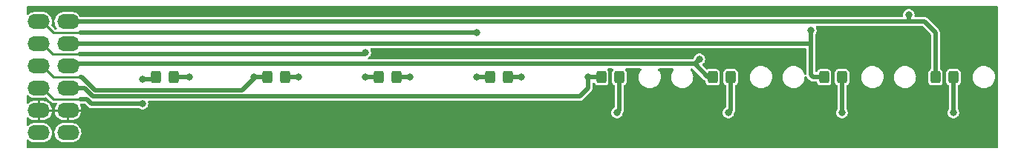
<source format=gbl>
G04 #@! TF.GenerationSoftware,KiCad,Pcbnew,6.0.8-f2edbf62ab~116~ubuntu22.04.1*
G04 #@! TF.CreationDate,2022-11-21T14:05:37-08:00*
G04 #@! TF.ProjectId,pmod-button,706d6f64-2d62-4757-9474-6f6e2e6b6963,rev?*
G04 #@! TF.SameCoordinates,Original*
G04 #@! TF.FileFunction,Copper,L2,Bot*
G04 #@! TF.FilePolarity,Positive*
%FSLAX46Y46*%
G04 Gerber Fmt 4.6, Leading zero omitted, Abs format (unit mm)*
G04 Created by KiCad (PCBNEW 6.0.8-f2edbf62ab~116~ubuntu22.04.1) date 2022-11-21 14:05:37*
%MOMM*%
%LPD*%
G01*
G04 APERTURE LIST*
G04 Aperture macros list*
%AMRoundRect*
0 Rectangle with rounded corners*
0 $1 Rounding radius*
0 $2 $3 $4 $5 $6 $7 $8 $9 X,Y pos of 4 corners*
0 Add a 4 corners polygon primitive as box body*
4,1,4,$2,$3,$4,$5,$6,$7,$8,$9,$2,$3,0*
0 Add four circle primitives for the rounded corners*
1,1,$1+$1,$2,$3*
1,1,$1+$1,$4,$5*
1,1,$1+$1,$6,$7*
1,1,$1+$1,$8,$9*
0 Add four rect primitives between the rounded corners*
20,1,$1+$1,$2,$3,$4,$5,0*
20,1,$1+$1,$4,$5,$6,$7,0*
20,1,$1+$1,$6,$7,$8,$9,0*
20,1,$1+$1,$8,$9,$2,$3,0*%
G04 Aperture macros list end*
G04 #@! TA.AperFunction,ComponentPad*
%ADD10O,2.540000X1.700000*%
G04 #@! TD*
G04 #@! TA.AperFunction,SMDPad,CuDef*
%ADD11RoundRect,0.250000X0.325000X0.450000X-0.325000X0.450000X-0.325000X-0.450000X0.325000X-0.450000X0*%
G04 #@! TD*
G04 #@! TA.AperFunction,ViaPad*
%ADD12C,0.800000*%
G04 #@! TD*
G04 #@! TA.AperFunction,Conductor*
%ADD13C,0.500000*%
G04 #@! TD*
G04 #@! TA.AperFunction,Conductor*
%ADD14C,0.250000*%
G04 #@! TD*
G04 APERTURE END LIST*
D10*
G04 #@! TO.P,J1,1,D0*
G04 #@! TO.N,/D0*
X95650000Y-120650000D03*
G04 #@! TO.P,J1,2,D1*
G04 #@! TO.N,/D1*
X95650000Y-123190000D03*
G04 #@! TO.P,J1,3,D2*
G04 #@! TO.N,/D2*
X95650000Y-125730000D03*
G04 #@! TO.P,J1,4,D3*
G04 #@! TO.N,/D3*
X95650000Y-128270000D03*
G04 #@! TO.P,J1,5,GND1*
G04 #@! TO.N,GND*
X95650000Y-130810000D03*
G04 #@! TO.P,J1,6,VCC1*
G04 #@! TO.N,+3V3*
X95650000Y-133350000D03*
G04 #@! TO.P,J1,7,D4*
G04 #@! TO.N,/D4*
X92310000Y-120650000D03*
G04 #@! TO.P,J1,8,D5*
G04 #@! TO.N,/D5*
X92310000Y-123190000D03*
G04 #@! TO.P,J1,9,D6*
G04 #@! TO.N,/D6*
X92310000Y-125730000D03*
G04 #@! TO.P,J1,10,D7*
G04 #@! TO.N,/D7*
X92310000Y-128270000D03*
G04 #@! TO.P,J1,11,GND2*
G04 #@! TO.N,GND*
X92310000Y-130810000D03*
G04 #@! TO.P,J1,12,VCC2*
G04 #@! TO.N,+3V3*
X92310000Y-133350000D03*
G04 #@! TD*
D11*
G04 #@! TO.P,R6,1*
G04 #@! TO.N,+3V3*
X133105000Y-127000000D03*
G04 #@! TO.P,R6,2*
G04 #@! TO.N,/D5*
X131055000Y-127000000D03*
G04 #@! TD*
G04 #@! TO.P,R8,1*
G04 #@! TO.N,+3V3*
X107705000Y-127000000D03*
G04 #@! TO.P,R8,2*
G04 #@! TO.N,/D7*
X105655000Y-127000000D03*
G04 #@! TD*
G04 #@! TO.P,R7,1*
G04 #@! TO.N,+3V3*
X120405000Y-127000000D03*
G04 #@! TO.P,R7,2*
G04 #@! TO.N,/D6*
X118355000Y-127000000D03*
G04 #@! TD*
G04 #@! TO.P,R2,1*
G04 #@! TO.N,+3V3*
X183905000Y-127000000D03*
G04 #@! TO.P,R2,2*
G04 #@! TO.N,/D1*
X181855000Y-127000000D03*
G04 #@! TD*
G04 #@! TO.P,R5,1*
G04 #@! TO.N,+3V3*
X145805000Y-127000000D03*
G04 #@! TO.P,R5,2*
G04 #@! TO.N,/D4*
X143755000Y-127000000D03*
G04 #@! TD*
G04 #@! TO.P,R1,1*
G04 #@! TO.N,+3V3*
X196605000Y-127000000D03*
G04 #@! TO.P,R1,2*
G04 #@! TO.N,/D0*
X194555000Y-127000000D03*
G04 #@! TD*
G04 #@! TO.P,R3,1*
G04 #@! TO.N,+3V3*
X171205000Y-127000000D03*
G04 #@! TO.P,R3,2*
G04 #@! TO.N,/D2*
X169155000Y-127000000D03*
G04 #@! TD*
G04 #@! TO.P,R4,1*
G04 #@! TO.N,+3V3*
X158505000Y-127000000D03*
G04 #@! TO.P,R4,2*
G04 #@! TO.N,/D3*
X156455000Y-127000000D03*
G04 #@! TD*
D12*
G04 #@! TO.N,GND*
X199898000Y-134112000D03*
X187452000Y-134112000D03*
X174752000Y-134112000D03*
X162052000Y-134112000D03*
X149352000Y-134112000D03*
X136906000Y-134112000D03*
X123952000Y-134112000D03*
X111252000Y-134112000D03*
G04 #@! TO.N,+3V3*
X170942000Y-131064000D03*
X109474000Y-127000000D03*
X121920000Y-127000000D03*
X134620000Y-127000000D03*
X147320000Y-127000000D03*
X158242000Y-131064000D03*
X183896000Y-131064000D03*
X196596000Y-131064000D03*
G04 #@! TO.N,/D4*
X142240000Y-127000000D03*
G04 #@! TO.N,/D5*
X129540000Y-127000000D03*
G04 #@! TO.N,/D7*
X104140000Y-127254000D03*
X104140000Y-130048000D03*
G04 #@! TO.N,/D3*
X154940000Y-127000000D03*
G04 #@! TO.N,/D6*
X116840000Y-127000000D03*
G04 #@! TO.N,/D4*
X142240000Y-121920000D03*
G04 #@! TO.N,/D0*
X191516000Y-119888000D03*
G04 #@! TO.N,/D5*
X129540000Y-124206000D03*
G04 #@! TO.N,/D1*
X180340000Y-121666000D03*
G04 #@! TO.N,/D2*
X167640000Y-124968000D03*
G04 #@! TD*
D13*
G04 #@! TO.N,+3V3*
X171205000Y-127000000D02*
X171205000Y-130801000D01*
X171205000Y-130801000D02*
X170942000Y-131064000D01*
X107705000Y-127000000D02*
X109474000Y-127000000D01*
X120405000Y-127000000D02*
X121920000Y-127000000D01*
X133105000Y-127000000D02*
X134620000Y-127000000D01*
X145805000Y-127000000D02*
X147320000Y-127000000D01*
X158505000Y-127000000D02*
X158505000Y-130801000D01*
X158505000Y-130801000D02*
X158242000Y-131064000D01*
X183905000Y-127000000D02*
X183905000Y-131055000D01*
X183905000Y-131055000D02*
X183896000Y-131064000D01*
X196605000Y-127000000D02*
X196605000Y-131055000D01*
X196605000Y-131055000D02*
X196596000Y-131064000D01*
G04 #@! TO.N,/D1*
X180340000Y-122682000D02*
X180340000Y-123190000D01*
X180340000Y-123190000D02*
X180340000Y-126746000D01*
X95250000Y-123190000D02*
X180340000Y-123190000D01*
X180340000Y-126746000D02*
X180594000Y-127000000D01*
X180594000Y-127000000D02*
X181855000Y-127000000D01*
G04 #@! TO.N,/D4*
X143755000Y-127000000D02*
X142240000Y-127000000D01*
G04 #@! TO.N,/D5*
X131055000Y-127000000D02*
X129540000Y-127000000D01*
G04 #@! TO.N,/D7*
X104140000Y-127254000D02*
X105401000Y-127254000D01*
X105401000Y-127254000D02*
X105655000Y-127000000D01*
G04 #@! TO.N,/D6*
X97255244Y-127000000D02*
X97028000Y-127000000D01*
G04 #@! TO.N,/D7*
X97790000Y-129540000D02*
X98298000Y-130048000D01*
G04 #@! TO.N,/D6*
X104781618Y-128498999D02*
X103498382Y-128498999D01*
G04 #@! TO.N,/D3*
X104491875Y-129198500D02*
X103788125Y-129198500D01*
X154010498Y-129199502D02*
X104492877Y-129199502D01*
G04 #@! TO.N,/D6*
X115501321Y-128500001D02*
X104782620Y-128500001D01*
G04 #@! TO.N,/D3*
X154940000Y-128270000D02*
X154010498Y-129199502D01*
G04 #@! TO.N,/D6*
X116840000Y-127161322D02*
X115501321Y-128500001D01*
G04 #@! TO.N,/D3*
X98465502Y-129199502D02*
X97536000Y-128270000D01*
X103788125Y-129198500D02*
X103787123Y-129199502D01*
G04 #@! TO.N,/D6*
X116840000Y-127000000D02*
X116840000Y-127161322D01*
G04 #@! TO.N,/D3*
X154940000Y-127000000D02*
X154940000Y-128270000D01*
X104492877Y-129199502D02*
X104491875Y-129198500D01*
X103787123Y-129199502D02*
X98465502Y-129199502D01*
G04 #@! TO.N,/D7*
X98298000Y-130048000D02*
X104140000Y-130048000D01*
G04 #@! TO.N,/D6*
X103497380Y-128500001D02*
X98755245Y-128500001D01*
X103498382Y-128498999D02*
X103497380Y-128500001D01*
G04 #@! TO.N,/D3*
X97536000Y-128270000D02*
X95250000Y-128270000D01*
G04 #@! TO.N,/D7*
X97282000Y-129540000D02*
X97790000Y-129540000D01*
X97028000Y-129540000D02*
X97282000Y-129540000D01*
G04 #@! TO.N,/D6*
X104782620Y-128500001D02*
X104781618Y-128498999D01*
X98755245Y-128500001D02*
X97255244Y-127000000D01*
G04 #@! TO.N,/D3*
X156455000Y-127000000D02*
X154940000Y-127000000D01*
G04 #@! TO.N,/D6*
X118355000Y-127000000D02*
X116840000Y-127000000D01*
D14*
G04 #@! TO.N,/D7*
X92710000Y-128270000D02*
X93980000Y-129540000D01*
X93980000Y-129540000D02*
X97028000Y-129540000D01*
G04 #@! TO.N,/D6*
X92710000Y-125730000D02*
X93980000Y-127000000D01*
X93980000Y-127000000D02*
X97028000Y-127000000D01*
G04 #@! TO.N,/D4*
X92710000Y-120650000D02*
X93980000Y-121920000D01*
D13*
X97028000Y-121920000D02*
X142240000Y-121920000D01*
D14*
X93980000Y-121920000D02*
X97028000Y-121920000D01*
D13*
G04 #@! TO.N,/D0*
X194555000Y-121911000D02*
X194555000Y-127000000D01*
X95250000Y-120650000D02*
X191516000Y-120650000D01*
X191516000Y-120650000D02*
X191516000Y-119888000D01*
X193294000Y-120650000D02*
X194555000Y-121911000D01*
X191516000Y-120650000D02*
X193294000Y-120650000D01*
D14*
G04 #@! TO.N,/D5*
X93885000Y-124365000D02*
X96933000Y-124365000D01*
D13*
X96933000Y-124365000D02*
X129381000Y-124365000D01*
D14*
X92710000Y-123190000D02*
X93885000Y-124365000D01*
D13*
X129381000Y-124365000D02*
X129540000Y-124206000D01*
G04 #@! TO.N,/D1*
X180340000Y-122682000D02*
X180340000Y-121666000D01*
G04 #@! TO.N,/D2*
X95250000Y-125730000D02*
X95480001Y-125499999D01*
X168608002Y-127000000D02*
X167108001Y-125499999D01*
X167108001Y-125499999D02*
X167640000Y-124968000D01*
X95480001Y-125499999D02*
X167108001Y-125499999D01*
X169155000Y-127000000D02*
X168608002Y-127000000D01*
G04 #@! TD*
G04 #@! TA.AperFunction,Conductor*
G04 #@! TO.N,GND*
G36*
X201617621Y-118892502D02*
G01*
X201664114Y-118946158D01*
X201675500Y-118998500D01*
X201675500Y-135001500D01*
X201655498Y-135069621D01*
X201601842Y-135116114D01*
X201549500Y-135127500D01*
X91058500Y-135127500D01*
X90990379Y-135107498D01*
X90943886Y-135053842D01*
X90932500Y-135001500D01*
X90932500Y-134257459D01*
X90952502Y-134189338D01*
X91006158Y-134142845D01*
X91076432Y-134132741D01*
X91145631Y-134166441D01*
X91202340Y-134220728D01*
X91207375Y-134223979D01*
X91374360Y-134331800D01*
X91374363Y-134331801D01*
X91379397Y-134335052D01*
X91574878Y-134413834D01*
X91697688Y-134437817D01*
X91777283Y-134453361D01*
X91777286Y-134453361D01*
X91781729Y-134454229D01*
X91787270Y-134454500D01*
X92782659Y-134454500D01*
X92939806Y-134439507D01*
X93142042Y-134380177D01*
X93225304Y-134337294D01*
X93324079Y-134286422D01*
X93324082Y-134286420D01*
X93329410Y-134283676D01*
X93405408Y-134223979D01*
X93490432Y-134157192D01*
X93490436Y-134157188D01*
X93495149Y-134153486D01*
X93559674Y-134079128D01*
X93629350Y-133998835D01*
X93629354Y-133998830D01*
X93633281Y-133994304D01*
X93738819Y-133811874D01*
X93807957Y-133612778D01*
X93838199Y-133404200D01*
X93833182Y-133295800D01*
X94121801Y-133295800D01*
X94131545Y-133506333D01*
X94180924Y-133711226D01*
X94268157Y-133903084D01*
X94390096Y-134074986D01*
X94542340Y-134220728D01*
X94547375Y-134223979D01*
X94714360Y-134331800D01*
X94714363Y-134331801D01*
X94719397Y-134335052D01*
X94914878Y-134413834D01*
X95037688Y-134437817D01*
X95117283Y-134453361D01*
X95117286Y-134453361D01*
X95121729Y-134454229D01*
X95127270Y-134454500D01*
X96122659Y-134454500D01*
X96279806Y-134439507D01*
X96482042Y-134380177D01*
X96565304Y-134337294D01*
X96664079Y-134286422D01*
X96664082Y-134286420D01*
X96669410Y-134283676D01*
X96745408Y-134223979D01*
X96830432Y-134157192D01*
X96830436Y-134157188D01*
X96835149Y-134153486D01*
X96899674Y-134079128D01*
X96969350Y-133998835D01*
X96969354Y-133998830D01*
X96973281Y-133994304D01*
X97078819Y-133811874D01*
X97147957Y-133612778D01*
X97178199Y-133404200D01*
X97168455Y-133193667D01*
X97144233Y-133093158D01*
X97120482Y-132994607D01*
X97120481Y-132994605D01*
X97119076Y-132988774D01*
X97031843Y-132796916D01*
X96909904Y-132625014D01*
X96757660Y-132479272D01*
X96655918Y-132413578D01*
X96585640Y-132368200D01*
X96585637Y-132368199D01*
X96580603Y-132364948D01*
X96385122Y-132286166D01*
X96250739Y-132259923D01*
X96182717Y-132246639D01*
X96182714Y-132246639D01*
X96178271Y-132245771D01*
X96172730Y-132245500D01*
X95177341Y-132245500D01*
X95020194Y-132260493D01*
X94817958Y-132319823D01*
X94812619Y-132322573D01*
X94635921Y-132413578D01*
X94635918Y-132413580D01*
X94630590Y-132416324D01*
X94625875Y-132420028D01*
X94469568Y-132542808D01*
X94469564Y-132542812D01*
X94464851Y-132546514D01*
X94460920Y-132551044D01*
X94460919Y-132551045D01*
X94330650Y-132701165D01*
X94330646Y-132701170D01*
X94326719Y-132705696D01*
X94221181Y-132888126D01*
X94152043Y-133087222D01*
X94121801Y-133295800D01*
X93833182Y-133295800D01*
X93828455Y-133193667D01*
X93804233Y-133093158D01*
X93780482Y-132994607D01*
X93780481Y-132994605D01*
X93779076Y-132988774D01*
X93691843Y-132796916D01*
X93569904Y-132625014D01*
X93417660Y-132479272D01*
X93315918Y-132413578D01*
X93245640Y-132368200D01*
X93245637Y-132368199D01*
X93240603Y-132364948D01*
X93045122Y-132286166D01*
X92910739Y-132259923D01*
X92842717Y-132246639D01*
X92842714Y-132246639D01*
X92838271Y-132245771D01*
X92832730Y-132245500D01*
X91837341Y-132245500D01*
X91680194Y-132260493D01*
X91477958Y-132319823D01*
X91472619Y-132322573D01*
X91295921Y-132413578D01*
X91295918Y-132413580D01*
X91290590Y-132416324D01*
X91210454Y-132479272D01*
X91136333Y-132537495D01*
X91070408Y-132563845D01*
X91000702Y-132550370D01*
X90949346Y-132501349D01*
X90932500Y-132438409D01*
X90932500Y-131716767D01*
X90952502Y-131648646D01*
X91006158Y-131602153D01*
X91076432Y-131592049D01*
X91145631Y-131625749D01*
X91198321Y-131676189D01*
X91207686Y-131683585D01*
X91374590Y-131791354D01*
X91385194Y-131796850D01*
X91569452Y-131871108D01*
X91580911Y-131874502D01*
X91777332Y-131912861D01*
X91786168Y-131913934D01*
X91788871Y-131914000D01*
X92164885Y-131914000D01*
X92180124Y-131909525D01*
X92181329Y-131908135D01*
X92183000Y-131900452D01*
X92183000Y-131895885D01*
X92437000Y-131895885D01*
X92441475Y-131911124D01*
X92442865Y-131912329D01*
X92450548Y-131914000D01*
X92779644Y-131914000D01*
X92785621Y-131913715D01*
X92933734Y-131899584D01*
X92945472Y-131897324D01*
X93136091Y-131841402D01*
X93147194Y-131836961D01*
X93323807Y-131746000D01*
X93333853Y-131739550D01*
X93490086Y-131616829D01*
X93498735Y-131608592D01*
X93628940Y-131458543D01*
X93635877Y-131448817D01*
X93735357Y-131276861D01*
X93740331Y-131265997D01*
X93805502Y-131078324D01*
X93808330Y-131066722D01*
X93824539Y-130954929D01*
X93824123Y-130952007D01*
X94131382Y-130952007D01*
X94131765Y-130960273D01*
X94133446Y-130972087D01*
X94179993Y-131165229D01*
X94183882Y-131176524D01*
X94266112Y-131357379D01*
X94272059Y-131367721D01*
X94387010Y-131529772D01*
X94394803Y-131538800D01*
X94538321Y-131676189D01*
X94547686Y-131683585D01*
X94714590Y-131791354D01*
X94725194Y-131796850D01*
X94909452Y-131871108D01*
X94920911Y-131874502D01*
X95117332Y-131912861D01*
X95126168Y-131913934D01*
X95128871Y-131914000D01*
X95504885Y-131914000D01*
X95520124Y-131909525D01*
X95521329Y-131908135D01*
X95523000Y-131900452D01*
X95523000Y-131895885D01*
X95777000Y-131895885D01*
X95781475Y-131911124D01*
X95782865Y-131912329D01*
X95790548Y-131914000D01*
X96119644Y-131914000D01*
X96125621Y-131913715D01*
X96273734Y-131899584D01*
X96285472Y-131897324D01*
X96476091Y-131841402D01*
X96487194Y-131836961D01*
X96663807Y-131746000D01*
X96673853Y-131739550D01*
X96830086Y-131616829D01*
X96838735Y-131608592D01*
X96968940Y-131458543D01*
X96975877Y-131448817D01*
X97075357Y-131276861D01*
X97080331Y-131265997D01*
X97145502Y-131078324D01*
X97148330Y-131066722D01*
X97164539Y-130954929D01*
X97162553Y-130940993D01*
X97148985Y-130937000D01*
X95795115Y-130937000D01*
X95779876Y-130941475D01*
X95778671Y-130942865D01*
X95777000Y-130950548D01*
X95777000Y-131895885D01*
X95523000Y-131895885D01*
X95523000Y-130955115D01*
X95518525Y-130939876D01*
X95517135Y-130938671D01*
X95509452Y-130937000D01*
X94148803Y-130937000D01*
X94133564Y-130941475D01*
X94133378Y-130941689D01*
X94131382Y-130952007D01*
X93824123Y-130952007D01*
X93822553Y-130940993D01*
X93808985Y-130937000D01*
X92455115Y-130937000D01*
X92439876Y-130941475D01*
X92438671Y-130942865D01*
X92437000Y-130950548D01*
X92437000Y-131895885D01*
X92183000Y-131895885D01*
X92183000Y-130664885D01*
X92437000Y-130664885D01*
X92441475Y-130680124D01*
X92442865Y-130681329D01*
X92450548Y-130683000D01*
X93811197Y-130683000D01*
X93826436Y-130678525D01*
X93826622Y-130678311D01*
X93828618Y-130667993D01*
X93828235Y-130659727D01*
X93826554Y-130647910D01*
X93780007Y-130454771D01*
X93776118Y-130443476D01*
X93693888Y-130262621D01*
X93687941Y-130252279D01*
X93572990Y-130090228D01*
X93565197Y-130081200D01*
X93421679Y-129943811D01*
X93412314Y-129936415D01*
X93245410Y-129828646D01*
X93234806Y-129823150D01*
X93050548Y-129748892D01*
X93039089Y-129745498D01*
X92842668Y-129707139D01*
X92833832Y-129706066D01*
X92831129Y-129706000D01*
X92455115Y-129706000D01*
X92439876Y-129710475D01*
X92438671Y-129711865D01*
X92437000Y-129719548D01*
X92437000Y-130664885D01*
X92183000Y-130664885D01*
X92183000Y-129724115D01*
X92178525Y-129708876D01*
X92177135Y-129707671D01*
X92169452Y-129706000D01*
X91840356Y-129706000D01*
X91834379Y-129706285D01*
X91686266Y-129720416D01*
X91674528Y-129722676D01*
X91483909Y-129778598D01*
X91472806Y-129783039D01*
X91296193Y-129874000D01*
X91286147Y-129880450D01*
X91136333Y-129998130D01*
X91070407Y-130024480D01*
X91000701Y-130011005D01*
X90949346Y-129961983D01*
X90932500Y-129899044D01*
X90932500Y-129177459D01*
X90952502Y-129109338D01*
X91006158Y-129062845D01*
X91076432Y-129052741D01*
X91145631Y-129086441D01*
X91202340Y-129140728D01*
X91207375Y-129143979D01*
X91374360Y-129251800D01*
X91374363Y-129251801D01*
X91379397Y-129255052D01*
X91384960Y-129257294D01*
X91477138Y-129294443D01*
X91574878Y-129333834D01*
X91697688Y-129357817D01*
X91777283Y-129373361D01*
X91777286Y-129373361D01*
X91781729Y-129374229D01*
X91787270Y-129374500D01*
X92782659Y-129374500D01*
X92939806Y-129359507D01*
X93117830Y-129307280D01*
X93188827Y-129307296D01*
X93242395Y-129339089D01*
X93673522Y-129770216D01*
X93688664Y-129788964D01*
X93689779Y-129790189D01*
X93695429Y-129798940D01*
X93703607Y-129805387D01*
X93703609Y-129805389D01*
X93721800Y-129819729D01*
X93726244Y-129823678D01*
X93726306Y-129823604D01*
X93730263Y-129826957D01*
X93733944Y-129830638D01*
X93749654Y-129841865D01*
X93754380Y-129845413D01*
X93794647Y-129877156D01*
X93803284Y-129880189D01*
X93810734Y-129885513D01*
X93820710Y-129888497D01*
X93820711Y-129888497D01*
X93828188Y-129890733D01*
X93859849Y-129900202D01*
X93865486Y-129902034D01*
X93906367Y-129916390D01*
X93913851Y-129919018D01*
X93919416Y-129919500D01*
X93922124Y-129919500D01*
X93924758Y-129919614D01*
X93924856Y-129919643D01*
X93924849Y-129919807D01*
X93925553Y-129919851D01*
X93931778Y-129921713D01*
X93985635Y-129919597D01*
X93990582Y-129919500D01*
X94264857Y-129919500D01*
X94332978Y-129939502D01*
X94379471Y-129993158D01*
X94389575Y-130063432D01*
X94360022Y-130128081D01*
X94331061Y-130161456D01*
X94324123Y-130171183D01*
X94224643Y-130343139D01*
X94219669Y-130354003D01*
X94154498Y-130541676D01*
X94151670Y-130553278D01*
X94135461Y-130665071D01*
X94137447Y-130679007D01*
X94151015Y-130683000D01*
X97151197Y-130683000D01*
X97166436Y-130678525D01*
X97166622Y-130678311D01*
X97168618Y-130667993D01*
X97168235Y-130659727D01*
X97166554Y-130647910D01*
X97120007Y-130454771D01*
X97116118Y-130443476D01*
X97033888Y-130262621D01*
X97027937Y-130252272D01*
X97021644Y-130243400D01*
X96998545Y-130176266D01*
X97015409Y-130107301D01*
X97066880Y-130058402D01*
X97124413Y-130044500D01*
X97528839Y-130044500D01*
X97596960Y-130064502D01*
X97617934Y-130081405D01*
X97891323Y-130354794D01*
X97898865Y-130364234D01*
X97899245Y-130363911D01*
X97905063Y-130370747D01*
X97909853Y-130378339D01*
X97916581Y-130384281D01*
X97949859Y-130413671D01*
X97955546Y-130419017D01*
X97966880Y-130430351D01*
X97970466Y-130433038D01*
X97970471Y-130433043D01*
X97975159Y-130436557D01*
X97982997Y-130442938D01*
X97993342Y-130452074D01*
X98018170Y-130474001D01*
X98026293Y-130477815D01*
X98029104Y-130479661D01*
X98043103Y-130488072D01*
X98046052Y-130489686D01*
X98053235Y-130495070D01*
X98090023Y-130508861D01*
X98097174Y-130511542D01*
X98106494Y-130515469D01*
X98148982Y-130535417D01*
X98157853Y-130536798D01*
X98161075Y-130537783D01*
X98176846Y-130541920D01*
X98180140Y-130542644D01*
X98188552Y-130545798D01*
X98197510Y-130546464D01*
X98197511Y-130546464D01*
X98235350Y-130549276D01*
X98245374Y-130550426D01*
X98258697Y-130552500D01*
X98274062Y-130552500D01*
X98283399Y-130552846D01*
X98332666Y-130556507D01*
X98341441Y-130554634D01*
X98350137Y-130554041D01*
X98364737Y-130552500D01*
X103673153Y-130552500D01*
X103741274Y-130572502D01*
X103746068Y-130576185D01*
X103746266Y-130575907D01*
X103752459Y-130580308D01*
X103758076Y-130585419D01*
X103897293Y-130661008D01*
X104050522Y-130701207D01*
X104134477Y-130702526D01*
X104201319Y-130703576D01*
X104201322Y-130703576D01*
X104208916Y-130703695D01*
X104363332Y-130668329D01*
X104453782Y-130622838D01*
X104498072Y-130600563D01*
X104498075Y-130600561D01*
X104504855Y-130597151D01*
X104510626Y-130592222D01*
X104510629Y-130592220D01*
X104619536Y-130499204D01*
X104619536Y-130499203D01*
X104625314Y-130494269D01*
X104717755Y-130365624D01*
X104776842Y-130218641D01*
X104789730Y-130128081D01*
X104798581Y-130065891D01*
X104798581Y-130065888D01*
X104799162Y-130061807D01*
X104799307Y-130048000D01*
X104780276Y-129890733D01*
X104774157Y-129874539D01*
X104768789Y-129803748D01*
X104802546Y-129741290D01*
X104864711Y-129706998D01*
X104892023Y-129704002D01*
X153939874Y-129704002D01*
X153951879Y-129705343D01*
X153951919Y-129704847D01*
X153960866Y-129705567D01*
X153969622Y-129707548D01*
X154022880Y-129704244D01*
X154030682Y-129704002D01*
X154046724Y-129704002D01*
X154051155Y-129703367D01*
X154051160Y-129703367D01*
X154055185Y-129702790D01*
X154056955Y-129702537D01*
X154067012Y-129701506D01*
X154089474Y-129700113D01*
X154104898Y-129699156D01*
X154104900Y-129699156D01*
X154113857Y-129698600D01*
X154122297Y-129695553D01*
X154125587Y-129694872D01*
X154141436Y-129690920D01*
X154144666Y-129689975D01*
X154153550Y-129688703D01*
X154196261Y-129669284D01*
X154205626Y-129665472D01*
X154241335Y-129652580D01*
X154241338Y-129652578D01*
X154249782Y-129649530D01*
X154257031Y-129644234D01*
X154259988Y-129642662D01*
X154274112Y-129634409D01*
X154276935Y-129632604D01*
X154285103Y-129628890D01*
X154291900Y-129623033D01*
X154291902Y-129623032D01*
X154320651Y-129598259D01*
X154328562Y-129591977D01*
X154339442Y-129584029D01*
X154350304Y-129573167D01*
X154357151Y-129566809D01*
X154387780Y-129540417D01*
X154394580Y-129534558D01*
X154399464Y-129527023D01*
X154405197Y-129520451D01*
X154414424Y-129509047D01*
X155246794Y-128676677D01*
X155256234Y-128669135D01*
X155255911Y-128668755D01*
X155262747Y-128662937D01*
X155270339Y-128658147D01*
X155305672Y-128618140D01*
X155311017Y-128612454D01*
X155322351Y-128601120D01*
X155325038Y-128597534D01*
X155325043Y-128597529D01*
X155328557Y-128592841D01*
X155334938Y-128585003D01*
X155360060Y-128556557D01*
X155366001Y-128549830D01*
X155369815Y-128541707D01*
X155371661Y-128538896D01*
X155380072Y-128524897D01*
X155381686Y-128521948D01*
X155387070Y-128514765D01*
X155403542Y-128470826D01*
X155407469Y-128461506D01*
X155423602Y-128427144D01*
X155423602Y-128427143D01*
X155427417Y-128419018D01*
X155428798Y-128410147D01*
X155429783Y-128406925D01*
X155433920Y-128391154D01*
X155434644Y-128387860D01*
X155437798Y-128379448D01*
X155441276Y-128332650D01*
X155442426Y-128322626D01*
X155444500Y-128309303D01*
X155444500Y-128293938D01*
X155444846Y-128284601D01*
X155447842Y-128244282D01*
X155448507Y-128235334D01*
X155446634Y-128226559D01*
X155446041Y-128217863D01*
X155444500Y-128203263D01*
X155444500Y-127749136D01*
X155464502Y-127681015D01*
X155518158Y-127634522D01*
X155588432Y-127624418D01*
X155653012Y-127653912D01*
X155680288Y-127687720D01*
X155682929Y-127694764D01*
X155769596Y-127810404D01*
X155776776Y-127815785D01*
X155878054Y-127891689D01*
X155878057Y-127891691D01*
X155885236Y-127897071D01*
X155969250Y-127928566D01*
X156013157Y-127945026D01*
X156013159Y-127945026D01*
X156020552Y-127947798D01*
X156028402Y-127948651D01*
X156028403Y-127948651D01*
X156078847Y-127954131D01*
X156082244Y-127954500D01*
X156827756Y-127954500D01*
X156831153Y-127954131D01*
X156881597Y-127948651D01*
X156881598Y-127948651D01*
X156889448Y-127947798D01*
X156896841Y-127945026D01*
X156896843Y-127945026D01*
X156940750Y-127928566D01*
X157024764Y-127897071D01*
X157031943Y-127891691D01*
X157031946Y-127891689D01*
X157133224Y-127815785D01*
X157140404Y-127810404D01*
X157208595Y-127719417D01*
X157221689Y-127701946D01*
X157221691Y-127701943D01*
X157227071Y-127694764D01*
X157277798Y-127559448D01*
X157279240Y-127546179D01*
X157284131Y-127501153D01*
X157284131Y-127501152D01*
X157284500Y-127497756D01*
X157284500Y-126502244D01*
X157283730Y-126495154D01*
X157278651Y-126448403D01*
X157278651Y-126448402D01*
X157277798Y-126440552D01*
X157227071Y-126305236D01*
X157221691Y-126298057D01*
X157221689Y-126298054D01*
X157152746Y-126206064D01*
X157127898Y-126139557D01*
X157142951Y-126070175D01*
X157193125Y-126019945D01*
X157253572Y-126004499D01*
X157706428Y-126004499D01*
X157774549Y-126024501D01*
X157821042Y-126078157D01*
X157831146Y-126148431D01*
X157807254Y-126206064D01*
X157738311Y-126298054D01*
X157738309Y-126298057D01*
X157732929Y-126305236D01*
X157682202Y-126440552D01*
X157681349Y-126448402D01*
X157681349Y-126448403D01*
X157676270Y-126495154D01*
X157675500Y-126502244D01*
X157675500Y-127497756D01*
X157675869Y-127501152D01*
X157675869Y-127501153D01*
X157680761Y-127546179D01*
X157682202Y-127559448D01*
X157732929Y-127694764D01*
X157738309Y-127701943D01*
X157738311Y-127701946D01*
X157751405Y-127719417D01*
X157819596Y-127810404D01*
X157935236Y-127897071D01*
X157937384Y-127897876D01*
X157985156Y-127945756D01*
X158000500Y-128006016D01*
X158000500Y-130375314D01*
X157980498Y-130443435D01*
X157932289Y-130487280D01*
X157878162Y-130515217D01*
X157871414Y-130518700D01*
X157752039Y-130622838D01*
X157660950Y-130752444D01*
X157658190Y-130759524D01*
X157617593Y-130863650D01*
X157603406Y-130900037D01*
X157602414Y-130907570D01*
X157602414Y-130907571D01*
X157584221Y-131045764D01*
X157582729Y-131057096D01*
X157600113Y-131214553D01*
X157602723Y-131221684D01*
X157602723Y-131221686D01*
X157618939Y-131265997D01*
X157654553Y-131363319D01*
X157742908Y-131494805D01*
X157748527Y-131499918D01*
X157748528Y-131499919D01*
X157759903Y-131510269D01*
X157860076Y-131601419D01*
X157999293Y-131677008D01*
X158152522Y-131717207D01*
X158236477Y-131718526D01*
X158303319Y-131719576D01*
X158303322Y-131719576D01*
X158310916Y-131719695D01*
X158465332Y-131684329D01*
X158536280Y-131648646D01*
X158600072Y-131616563D01*
X158600075Y-131616561D01*
X158606855Y-131613151D01*
X158612626Y-131608222D01*
X158612629Y-131608220D01*
X158721536Y-131515204D01*
X158721536Y-131515203D01*
X158727314Y-131510269D01*
X158819755Y-131381624D01*
X158878842Y-131234641D01*
X158889599Y-131159053D01*
X158919901Y-131093399D01*
X158931001Y-131080830D01*
X158934815Y-131072707D01*
X158936654Y-131069907D01*
X158944352Y-131057096D01*
X170282729Y-131057096D01*
X170300113Y-131214553D01*
X170302723Y-131221684D01*
X170302723Y-131221686D01*
X170318939Y-131265997D01*
X170354553Y-131363319D01*
X170442908Y-131494805D01*
X170448527Y-131499918D01*
X170448528Y-131499919D01*
X170459903Y-131510269D01*
X170560076Y-131601419D01*
X170699293Y-131677008D01*
X170852522Y-131717207D01*
X170936477Y-131718526D01*
X171003319Y-131719576D01*
X171003322Y-131719576D01*
X171010916Y-131719695D01*
X171165332Y-131684329D01*
X171236280Y-131648646D01*
X171300072Y-131616563D01*
X171300075Y-131616561D01*
X171306855Y-131613151D01*
X171312626Y-131608222D01*
X171312629Y-131608220D01*
X171421536Y-131515204D01*
X171421536Y-131515203D01*
X171427314Y-131510269D01*
X171519755Y-131381624D01*
X171578842Y-131234641D01*
X171589599Y-131159053D01*
X171619901Y-131093399D01*
X171631001Y-131080830D01*
X171634815Y-131072707D01*
X171636654Y-131069907D01*
X171645063Y-131055912D01*
X171646685Y-131052949D01*
X171652070Y-131045764D01*
X171655224Y-131037352D01*
X171668546Y-131001818D01*
X171672471Y-130992502D01*
X171692417Y-130950018D01*
X171693799Y-130941144D01*
X171694785Y-130937917D01*
X171698920Y-130922154D01*
X171699644Y-130918860D01*
X171702798Y-130910448D01*
X171706276Y-130863650D01*
X171707426Y-130853626D01*
X171709500Y-130840303D01*
X171709500Y-130824938D01*
X171709846Y-130815601D01*
X171712842Y-130775282D01*
X171713507Y-130766334D01*
X171711634Y-130757558D01*
X171711041Y-130748864D01*
X171709500Y-130734264D01*
X171709500Y-128006016D01*
X171729502Y-127937895D01*
X171772317Y-127897988D01*
X171774764Y-127897071D01*
X171890404Y-127810404D01*
X171958595Y-127719417D01*
X171971689Y-127701946D01*
X171971691Y-127701943D01*
X171977071Y-127694764D01*
X172027798Y-127559448D01*
X172029240Y-127546179D01*
X172034131Y-127501153D01*
X172034131Y-127501152D01*
X172034500Y-127497756D01*
X172034500Y-127039564D01*
X173421051Y-127039564D01*
X173447954Y-127261880D01*
X173513800Y-127475917D01*
X173516370Y-127480897D01*
X173516372Y-127480901D01*
X173589211Y-127622024D01*
X173616509Y-127674912D01*
X173752833Y-127852573D01*
X173756979Y-127856346D01*
X173756984Y-127856351D01*
X173904404Y-127990492D01*
X173918464Y-128003286D01*
X174108167Y-128122286D01*
X174315944Y-128205812D01*
X174321436Y-128206949D01*
X174321438Y-128206950D01*
X174458499Y-128235334D01*
X174535228Y-128251224D01*
X174539839Y-128251490D01*
X174539840Y-128251490D01*
X174590225Y-128254395D01*
X174590229Y-128254395D01*
X174592048Y-128254500D01*
X174736819Y-128254500D01*
X174739606Y-128254251D01*
X174739612Y-128254251D01*
X174808962Y-128248061D01*
X174903051Y-128239664D01*
X175119051Y-128180573D01*
X175124109Y-128178161D01*
X175124113Y-128178159D01*
X175316107Y-128086583D01*
X175316109Y-128086582D01*
X175321174Y-128084166D01*
X175331202Y-128076960D01*
X175498470Y-127956766D01*
X175498472Y-127956764D01*
X175503030Y-127953489D01*
X175605138Y-127848122D01*
X175654969Y-127796701D01*
X175654971Y-127796698D01*
X175658871Y-127792674D01*
X175728787Y-127688627D01*
X175780641Y-127611460D01*
X175780643Y-127611457D01*
X175783770Y-127606803D01*
X175856949Y-127440099D01*
X175871525Y-127406894D01*
X175871527Y-127406889D01*
X175873782Y-127401752D01*
X175926059Y-127184002D01*
X175937066Y-126993096D01*
X175938626Y-126966043D01*
X175938626Y-126966040D01*
X175938949Y-126960436D01*
X175912046Y-126738120D01*
X175846200Y-126524083D01*
X175840265Y-126512583D01*
X175746063Y-126330071D01*
X175746063Y-126330070D01*
X175743491Y-126325088D01*
X175607167Y-126147427D01*
X175603021Y-126143654D01*
X175603016Y-126143649D01*
X175445689Y-126000493D01*
X175441536Y-125996714D01*
X175251833Y-125877714D01*
X175044056Y-125794188D01*
X175038564Y-125793051D01*
X175038562Y-125793050D01*
X174887754Y-125761819D01*
X174824772Y-125748776D01*
X174820161Y-125748510D01*
X174820160Y-125748510D01*
X174769775Y-125745605D01*
X174769771Y-125745605D01*
X174767952Y-125745500D01*
X174623181Y-125745500D01*
X174620394Y-125745749D01*
X174620388Y-125745749D01*
X174551038Y-125751939D01*
X174456949Y-125760336D01*
X174240949Y-125819427D01*
X174235891Y-125821839D01*
X174235887Y-125821841D01*
X174088464Y-125892158D01*
X174038826Y-125915834D01*
X174034265Y-125919111D01*
X174034264Y-125919112D01*
X173878033Y-126031376D01*
X173856970Y-126046511D01*
X173794810Y-126110655D01*
X173711066Y-126197072D01*
X173701129Y-126207326D01*
X173698001Y-126211981D01*
X173587428Y-126376533D01*
X173576230Y-126393197D01*
X173516421Y-126529444D01*
X173503036Y-126559937D01*
X173486218Y-126598248D01*
X173433941Y-126815998D01*
X173432940Y-126833361D01*
X173424181Y-126985284D01*
X173421051Y-127039564D01*
X172034500Y-127039564D01*
X172034500Y-126502244D01*
X172033730Y-126495154D01*
X172028651Y-126448403D01*
X172028651Y-126448402D01*
X172027798Y-126440552D01*
X171977071Y-126305236D01*
X171971691Y-126298057D01*
X171971689Y-126298054D01*
X171895785Y-126196776D01*
X171890404Y-126189596D01*
X171840077Y-126151878D01*
X171781946Y-126108311D01*
X171781943Y-126108309D01*
X171774764Y-126102929D01*
X171665865Y-126062105D01*
X171646843Y-126054974D01*
X171646841Y-126054974D01*
X171639448Y-126052202D01*
X171631598Y-126051349D01*
X171631597Y-126051349D01*
X171581153Y-126045869D01*
X171581152Y-126045869D01*
X171577756Y-126045500D01*
X170832244Y-126045500D01*
X170828848Y-126045869D01*
X170828847Y-126045869D01*
X170778403Y-126051349D01*
X170778402Y-126051349D01*
X170770552Y-126052202D01*
X170763159Y-126054974D01*
X170763157Y-126054974D01*
X170744135Y-126062105D01*
X170635236Y-126102929D01*
X170628057Y-126108309D01*
X170628054Y-126108311D01*
X170569923Y-126151878D01*
X170519596Y-126189596D01*
X170514215Y-126196776D01*
X170438311Y-126298054D01*
X170438309Y-126298057D01*
X170432929Y-126305236D01*
X170382202Y-126440552D01*
X170381349Y-126448402D01*
X170381349Y-126448403D01*
X170376270Y-126495154D01*
X170375500Y-126502244D01*
X170375500Y-127497756D01*
X170375869Y-127501152D01*
X170375869Y-127501153D01*
X170380761Y-127546179D01*
X170382202Y-127559448D01*
X170432929Y-127694764D01*
X170438309Y-127701943D01*
X170438311Y-127701946D01*
X170451405Y-127719417D01*
X170519596Y-127810404D01*
X170635236Y-127897071D01*
X170637384Y-127897876D01*
X170685156Y-127945756D01*
X170700500Y-128006016D01*
X170700500Y-130375314D01*
X170680498Y-130443435D01*
X170632289Y-130487280D01*
X170578162Y-130515217D01*
X170571414Y-130518700D01*
X170452039Y-130622838D01*
X170360950Y-130752444D01*
X170358190Y-130759524D01*
X170317593Y-130863650D01*
X170303406Y-130900037D01*
X170302414Y-130907570D01*
X170302414Y-130907571D01*
X170284221Y-131045764D01*
X170282729Y-131057096D01*
X158944352Y-131057096D01*
X158945063Y-131055912D01*
X158946685Y-131052949D01*
X158952070Y-131045764D01*
X158955224Y-131037352D01*
X158968546Y-131001818D01*
X158972471Y-130992502D01*
X158992417Y-130950018D01*
X158993799Y-130941144D01*
X158994785Y-130937917D01*
X158998920Y-130922154D01*
X158999644Y-130918860D01*
X159002798Y-130910448D01*
X159006276Y-130863650D01*
X159007426Y-130853626D01*
X159009500Y-130840303D01*
X159009500Y-130824938D01*
X159009846Y-130815601D01*
X159012842Y-130775282D01*
X159013507Y-130766334D01*
X159011634Y-130757558D01*
X159011041Y-130748864D01*
X159009500Y-130734264D01*
X159009500Y-128006016D01*
X159029502Y-127937895D01*
X159072317Y-127897988D01*
X159074764Y-127897071D01*
X159190404Y-127810404D01*
X159258595Y-127719417D01*
X159271689Y-127701946D01*
X159271691Y-127701943D01*
X159277071Y-127694764D01*
X159327798Y-127559448D01*
X159329240Y-127546179D01*
X159334131Y-127501153D01*
X159334131Y-127501152D01*
X159334500Y-127497756D01*
X159334500Y-126502244D01*
X159333730Y-126495154D01*
X159328651Y-126448403D01*
X159328651Y-126448402D01*
X159327798Y-126440552D01*
X159277071Y-126305236D01*
X159271691Y-126298057D01*
X159271689Y-126298054D01*
X159202746Y-126206064D01*
X159177898Y-126139557D01*
X159192951Y-126070175D01*
X159243125Y-126019945D01*
X159303572Y-126004499D01*
X160901853Y-126004499D01*
X160969974Y-126024501D01*
X161016467Y-126078157D01*
X161026571Y-126148431D01*
X161000913Y-126207181D01*
X161001129Y-126207326D01*
X161000776Y-126207852D01*
X160998001Y-126211981D01*
X160997998Y-126211985D01*
X160882085Y-126384484D01*
X160876230Y-126393197D01*
X160816421Y-126529444D01*
X160803036Y-126559937D01*
X160786218Y-126598248D01*
X160733941Y-126815998D01*
X160732940Y-126833361D01*
X160724181Y-126985284D01*
X160721051Y-127039564D01*
X160747954Y-127261880D01*
X160813800Y-127475917D01*
X160816370Y-127480897D01*
X160816372Y-127480901D01*
X160889211Y-127622024D01*
X160916509Y-127674912D01*
X161052833Y-127852573D01*
X161056979Y-127856346D01*
X161056984Y-127856351D01*
X161204404Y-127990492D01*
X161218464Y-128003286D01*
X161408167Y-128122286D01*
X161615944Y-128205812D01*
X161621436Y-128206949D01*
X161621438Y-128206950D01*
X161758499Y-128235334D01*
X161835228Y-128251224D01*
X161839839Y-128251490D01*
X161839840Y-128251490D01*
X161890225Y-128254395D01*
X161890229Y-128254395D01*
X161892048Y-128254500D01*
X162036819Y-128254500D01*
X162039606Y-128254251D01*
X162039612Y-128254251D01*
X162108962Y-128248061D01*
X162203051Y-128239664D01*
X162419051Y-128180573D01*
X162424109Y-128178161D01*
X162424113Y-128178159D01*
X162616107Y-128086583D01*
X162616109Y-128086582D01*
X162621174Y-128084166D01*
X162631202Y-128076960D01*
X162798470Y-127956766D01*
X162798472Y-127956764D01*
X162803030Y-127953489D01*
X162905138Y-127848122D01*
X162954969Y-127796701D01*
X162954971Y-127796698D01*
X162958871Y-127792674D01*
X163028787Y-127688627D01*
X163080641Y-127611460D01*
X163080643Y-127611457D01*
X163083770Y-127606803D01*
X163156949Y-127440099D01*
X163171525Y-127406894D01*
X163171527Y-127406889D01*
X163173782Y-127401752D01*
X163226059Y-127184002D01*
X163237066Y-126993096D01*
X163238626Y-126966043D01*
X163238626Y-126966040D01*
X163238949Y-126960436D01*
X163212046Y-126738120D01*
X163146200Y-126524083D01*
X163140265Y-126512583D01*
X163046063Y-126330071D01*
X163046063Y-126330070D01*
X163043491Y-126325088D01*
X163011260Y-126283084D01*
X162953035Y-126207203D01*
X162927435Y-126140982D01*
X162941700Y-126071434D01*
X162991301Y-126020638D01*
X163052998Y-126004499D01*
X164601853Y-126004499D01*
X164669974Y-126024501D01*
X164716467Y-126078157D01*
X164726571Y-126148431D01*
X164700913Y-126207181D01*
X164701129Y-126207326D01*
X164700776Y-126207852D01*
X164698001Y-126211981D01*
X164697998Y-126211985D01*
X164582085Y-126384484D01*
X164576230Y-126393197D01*
X164516421Y-126529444D01*
X164503036Y-126559937D01*
X164486218Y-126598248D01*
X164433941Y-126815998D01*
X164432940Y-126833361D01*
X164424181Y-126985284D01*
X164421051Y-127039564D01*
X164447954Y-127261880D01*
X164513800Y-127475917D01*
X164516370Y-127480897D01*
X164516372Y-127480901D01*
X164589211Y-127622024D01*
X164616509Y-127674912D01*
X164752833Y-127852573D01*
X164756979Y-127856346D01*
X164756984Y-127856351D01*
X164904404Y-127990492D01*
X164918464Y-128003286D01*
X165108167Y-128122286D01*
X165315944Y-128205812D01*
X165321436Y-128206949D01*
X165321438Y-128206950D01*
X165458499Y-128235334D01*
X165535228Y-128251224D01*
X165539839Y-128251490D01*
X165539840Y-128251490D01*
X165590225Y-128254395D01*
X165590229Y-128254395D01*
X165592048Y-128254500D01*
X165736819Y-128254500D01*
X165739606Y-128254251D01*
X165739612Y-128254251D01*
X165808962Y-128248061D01*
X165903051Y-128239664D01*
X166119051Y-128180573D01*
X166124109Y-128178161D01*
X166124113Y-128178159D01*
X166316107Y-128086583D01*
X166316109Y-128086582D01*
X166321174Y-128084166D01*
X166331202Y-128076960D01*
X166498470Y-127956766D01*
X166498472Y-127956764D01*
X166503030Y-127953489D01*
X166605138Y-127848122D01*
X166654969Y-127796701D01*
X166654971Y-127796698D01*
X166658871Y-127792674D01*
X166728787Y-127688627D01*
X166780641Y-127611460D01*
X166780643Y-127611457D01*
X166783770Y-127606803D01*
X166856949Y-127440099D01*
X166871525Y-127406894D01*
X166871527Y-127406889D01*
X166873782Y-127401752D01*
X166926059Y-127184002D01*
X166937066Y-126993096D01*
X166938626Y-126966043D01*
X166938626Y-126966040D01*
X166938949Y-126960436D01*
X166912046Y-126738120D01*
X166846200Y-126524083D01*
X166840265Y-126512583D01*
X166746063Y-126330071D01*
X166746063Y-126330070D01*
X166743491Y-126325088D01*
X166711260Y-126283084D01*
X166653035Y-126207203D01*
X166627435Y-126140982D01*
X166641700Y-126071434D01*
X166691301Y-126020638D01*
X166752998Y-126004499D01*
X166846840Y-126004499D01*
X166914961Y-126024501D01*
X166935935Y-126041404D01*
X168201325Y-127306794D01*
X168208867Y-127316234D01*
X168209247Y-127315911D01*
X168215065Y-127322747D01*
X168219855Y-127330339D01*
X168226583Y-127336281D01*
X168259861Y-127365671D01*
X168265548Y-127371017D01*
X168276882Y-127382351D01*
X168280470Y-127385040D01*
X168282043Y-127386404D01*
X168320408Y-127446143D01*
X168325500Y-127481602D01*
X168325500Y-127497756D01*
X168325869Y-127501152D01*
X168325869Y-127501153D01*
X168330761Y-127546179D01*
X168332202Y-127559448D01*
X168382929Y-127694764D01*
X168388309Y-127701943D01*
X168388311Y-127701946D01*
X168401405Y-127719417D01*
X168469596Y-127810404D01*
X168476776Y-127815785D01*
X168578054Y-127891689D01*
X168578057Y-127891691D01*
X168585236Y-127897071D01*
X168669250Y-127928566D01*
X168713157Y-127945026D01*
X168713159Y-127945026D01*
X168720552Y-127947798D01*
X168728402Y-127948651D01*
X168728403Y-127948651D01*
X168778847Y-127954131D01*
X168782244Y-127954500D01*
X169527756Y-127954500D01*
X169531153Y-127954131D01*
X169581597Y-127948651D01*
X169581598Y-127948651D01*
X169589448Y-127947798D01*
X169596841Y-127945026D01*
X169596843Y-127945026D01*
X169640750Y-127928566D01*
X169724764Y-127897071D01*
X169731943Y-127891691D01*
X169731946Y-127891689D01*
X169833224Y-127815785D01*
X169840404Y-127810404D01*
X169908595Y-127719417D01*
X169921689Y-127701946D01*
X169921691Y-127701943D01*
X169927071Y-127694764D01*
X169977798Y-127559448D01*
X169979240Y-127546179D01*
X169984131Y-127501153D01*
X169984131Y-127501152D01*
X169984500Y-127497756D01*
X169984500Y-126502244D01*
X169983730Y-126495154D01*
X169978651Y-126448403D01*
X169978651Y-126448402D01*
X169977798Y-126440552D01*
X169927071Y-126305236D01*
X169921691Y-126298057D01*
X169921689Y-126298054D01*
X169845785Y-126196776D01*
X169840404Y-126189596D01*
X169790077Y-126151878D01*
X169731946Y-126108311D01*
X169731943Y-126108309D01*
X169724764Y-126102929D01*
X169615865Y-126062105D01*
X169596843Y-126054974D01*
X169596841Y-126054974D01*
X169589448Y-126052202D01*
X169581598Y-126051349D01*
X169581597Y-126051349D01*
X169531153Y-126045869D01*
X169531152Y-126045869D01*
X169527756Y-126045500D01*
X168782244Y-126045500D01*
X168778848Y-126045869D01*
X168778847Y-126045869D01*
X168728403Y-126051349D01*
X168728402Y-126051349D01*
X168720552Y-126052202D01*
X168713159Y-126054974D01*
X168713157Y-126054974D01*
X168593643Y-126099777D01*
X168593641Y-126099778D01*
X168585236Y-126102929D01*
X168578055Y-126108311D01*
X168570177Y-126112624D01*
X168569099Y-126110655D01*
X168514214Y-126131163D01*
X168444831Y-126116112D01*
X168416057Y-126094584D01*
X168011581Y-125690108D01*
X167977555Y-125627796D01*
X167982620Y-125556981D01*
X168018846Y-125505202D01*
X168119532Y-125419208D01*
X168119535Y-125419205D01*
X168125314Y-125414269D01*
X168217755Y-125285624D01*
X168276842Y-125138641D01*
X168296449Y-125000872D01*
X168298581Y-124985891D01*
X168298581Y-124985888D01*
X168299162Y-124981807D01*
X168299307Y-124968000D01*
X168280276Y-124810733D01*
X168224280Y-124662546D01*
X168199005Y-124625771D01*
X168138855Y-124538251D01*
X168138854Y-124538249D01*
X168134553Y-124531992D01*
X168016275Y-124426611D01*
X168008889Y-124422700D01*
X167882988Y-124356039D01*
X167882989Y-124356039D01*
X167876274Y-124352484D01*
X167722633Y-124313892D01*
X167715034Y-124313852D01*
X167715033Y-124313852D01*
X167649181Y-124313507D01*
X167564221Y-124313062D01*
X167556841Y-124314834D01*
X167556839Y-124314834D01*
X167417563Y-124348271D01*
X167417560Y-124348272D01*
X167410184Y-124350043D01*
X167269414Y-124422700D01*
X167150039Y-124526838D01*
X167058950Y-124656444D01*
X167038445Y-124709037D01*
X167005484Y-124793578D01*
X167001406Y-124804037D01*
X167000415Y-124811568D01*
X167000414Y-124811570D01*
X166993482Y-124864226D01*
X166964759Y-124929153D01*
X166957655Y-124936874D01*
X166935935Y-124958594D01*
X166873623Y-124992620D01*
X166846840Y-124995499D01*
X129957924Y-124995499D01*
X129889803Y-124975497D01*
X129843310Y-124921841D01*
X129833206Y-124851567D01*
X129862700Y-124786987D01*
X129892449Y-124763832D01*
X129891742Y-124762768D01*
X129898072Y-124758562D01*
X129904855Y-124755151D01*
X129910626Y-124750222D01*
X129910629Y-124750220D01*
X130019536Y-124657204D01*
X130019536Y-124657203D01*
X130025314Y-124652269D01*
X130117755Y-124523624D01*
X130176842Y-124376641D01*
X130194156Y-124254983D01*
X130198581Y-124223891D01*
X130198581Y-124223888D01*
X130199162Y-124219807D01*
X130199307Y-124206000D01*
X130180276Y-124048733D01*
X130124280Y-123900546D01*
X130118316Y-123891868D01*
X130117648Y-123889830D01*
X130116459Y-123887555D01*
X130116838Y-123887357D01*
X130096215Y-123824399D01*
X130114100Y-123755692D01*
X130166291Y-123707561D01*
X130222155Y-123694500D01*
X179709500Y-123694500D01*
X179777621Y-123714502D01*
X179824114Y-123768158D01*
X179835500Y-123820500D01*
X179835500Y-126626386D01*
X179815498Y-126694507D01*
X179761842Y-126741000D01*
X179691568Y-126751104D01*
X179626988Y-126721610D01*
X179589070Y-126663435D01*
X179575960Y-126620820D01*
X179546200Y-126524083D01*
X179540265Y-126512583D01*
X179446063Y-126330071D01*
X179446063Y-126330070D01*
X179443491Y-126325088D01*
X179307167Y-126147427D01*
X179303021Y-126143654D01*
X179303016Y-126143649D01*
X179145689Y-126000493D01*
X179141536Y-125996714D01*
X178951833Y-125877714D01*
X178744056Y-125794188D01*
X178738564Y-125793051D01*
X178738562Y-125793050D01*
X178587754Y-125761819D01*
X178524772Y-125748776D01*
X178520161Y-125748510D01*
X178520160Y-125748510D01*
X178469775Y-125745605D01*
X178469771Y-125745605D01*
X178467952Y-125745500D01*
X178323181Y-125745500D01*
X178320394Y-125745749D01*
X178320388Y-125745749D01*
X178251038Y-125751939D01*
X178156949Y-125760336D01*
X177940949Y-125819427D01*
X177935891Y-125821839D01*
X177935887Y-125821841D01*
X177788464Y-125892158D01*
X177738826Y-125915834D01*
X177734265Y-125919111D01*
X177734264Y-125919112D01*
X177578033Y-126031376D01*
X177556970Y-126046511D01*
X177494810Y-126110655D01*
X177411066Y-126197072D01*
X177401129Y-126207326D01*
X177398001Y-126211981D01*
X177287428Y-126376533D01*
X177276230Y-126393197D01*
X177216421Y-126529444D01*
X177203036Y-126559937D01*
X177186218Y-126598248D01*
X177133941Y-126815998D01*
X177132940Y-126833361D01*
X177124181Y-126985284D01*
X177121051Y-127039564D01*
X177147954Y-127261880D01*
X177213800Y-127475917D01*
X177216370Y-127480897D01*
X177216372Y-127480901D01*
X177289211Y-127622024D01*
X177316509Y-127674912D01*
X177452833Y-127852573D01*
X177456979Y-127856346D01*
X177456984Y-127856351D01*
X177604404Y-127990492D01*
X177618464Y-128003286D01*
X177808167Y-128122286D01*
X178015944Y-128205812D01*
X178021436Y-128206949D01*
X178021438Y-128206950D01*
X178158499Y-128235334D01*
X178235228Y-128251224D01*
X178239839Y-128251490D01*
X178239840Y-128251490D01*
X178290225Y-128254395D01*
X178290229Y-128254395D01*
X178292048Y-128254500D01*
X178436819Y-128254500D01*
X178439606Y-128254251D01*
X178439612Y-128254251D01*
X178508962Y-128248061D01*
X178603051Y-128239664D01*
X178819051Y-128180573D01*
X178824109Y-128178161D01*
X178824113Y-128178159D01*
X179016107Y-128086583D01*
X179016109Y-128086582D01*
X179021174Y-128084166D01*
X179031202Y-128076960D01*
X179198470Y-127956766D01*
X179198472Y-127956764D01*
X179203030Y-127953489D01*
X179305138Y-127848122D01*
X179354969Y-127796701D01*
X179354971Y-127796698D01*
X179358871Y-127792674D01*
X179428787Y-127688627D01*
X179480641Y-127611460D01*
X179480643Y-127611457D01*
X179483770Y-127606803D01*
X179556949Y-127440099D01*
X179571525Y-127406894D01*
X179571527Y-127406889D01*
X179573782Y-127401752D01*
X179626059Y-127184002D01*
X179636872Y-126996455D01*
X179660762Y-126929599D01*
X179717005Y-126886272D01*
X179787744Y-126880229D01*
X179850520Y-126913391D01*
X179881176Y-126960922D01*
X179886922Y-126976839D01*
X179886926Y-126976846D01*
X179889972Y-126985284D01*
X179895267Y-126992532D01*
X179896840Y-126995490D01*
X179905093Y-127009614D01*
X179906898Y-127012437D01*
X179910612Y-127020605D01*
X179916469Y-127027402D01*
X179916470Y-127027404D01*
X179941243Y-127056153D01*
X179947525Y-127064064D01*
X179955473Y-127074944D01*
X179966335Y-127085806D01*
X179972693Y-127092652D01*
X180004944Y-127130082D01*
X180012479Y-127134966D01*
X180019051Y-127140699D01*
X180030455Y-127149926D01*
X180187323Y-127306794D01*
X180194865Y-127316234D01*
X180195245Y-127315911D01*
X180201063Y-127322747D01*
X180205853Y-127330339D01*
X180212581Y-127336281D01*
X180245859Y-127365671D01*
X180251546Y-127371017D01*
X180262880Y-127382351D01*
X180266463Y-127385036D01*
X180266465Y-127385038D01*
X180271155Y-127388553D01*
X180278998Y-127394938D01*
X180314170Y-127426001D01*
X180322292Y-127429814D01*
X180325093Y-127431654D01*
X180339088Y-127440063D01*
X180342051Y-127441685D01*
X180349236Y-127447070D01*
X180357646Y-127450223D01*
X180357648Y-127450224D01*
X180393182Y-127463546D01*
X180402495Y-127467470D01*
X180444982Y-127487417D01*
X180453856Y-127488799D01*
X180457083Y-127489785D01*
X180472846Y-127493920D01*
X180476140Y-127494644D01*
X180484552Y-127497798D01*
X180493510Y-127498464D01*
X180493511Y-127498464D01*
X180531350Y-127501276D01*
X180541374Y-127502426D01*
X180554697Y-127504500D01*
X180570062Y-127504500D01*
X180579399Y-127504846D01*
X180628666Y-127508507D01*
X180637441Y-127506634D01*
X180646137Y-127506041D01*
X180660737Y-127504500D01*
X180924275Y-127504500D01*
X180992396Y-127524502D01*
X181038889Y-127578158D01*
X181042257Y-127586271D01*
X181082929Y-127694764D01*
X181088309Y-127701943D01*
X181088311Y-127701946D01*
X181101405Y-127719417D01*
X181169596Y-127810404D01*
X181176776Y-127815785D01*
X181278054Y-127891689D01*
X181278057Y-127891691D01*
X181285236Y-127897071D01*
X181369250Y-127928566D01*
X181413157Y-127945026D01*
X181413159Y-127945026D01*
X181420552Y-127947798D01*
X181428402Y-127948651D01*
X181428403Y-127948651D01*
X181478847Y-127954131D01*
X181482244Y-127954500D01*
X182227756Y-127954500D01*
X182231153Y-127954131D01*
X182281597Y-127948651D01*
X182281598Y-127948651D01*
X182289448Y-127947798D01*
X182296841Y-127945026D01*
X182296843Y-127945026D01*
X182340750Y-127928566D01*
X182424764Y-127897071D01*
X182431943Y-127891691D01*
X182431946Y-127891689D01*
X182533224Y-127815785D01*
X182540404Y-127810404D01*
X182608595Y-127719417D01*
X182621689Y-127701946D01*
X182621691Y-127701943D01*
X182627071Y-127694764D01*
X182677798Y-127559448D01*
X182679240Y-127546179D01*
X182684131Y-127501153D01*
X182684131Y-127501152D01*
X182684500Y-127497756D01*
X183075500Y-127497756D01*
X183075869Y-127501152D01*
X183075869Y-127501153D01*
X183080761Y-127546179D01*
X183082202Y-127559448D01*
X183132929Y-127694764D01*
X183138309Y-127701943D01*
X183138311Y-127701946D01*
X183151405Y-127719417D01*
X183219596Y-127810404D01*
X183335236Y-127897071D01*
X183337384Y-127897876D01*
X183385156Y-127945756D01*
X183400500Y-128006016D01*
X183400500Y-130590870D01*
X183377587Y-130663321D01*
X183314950Y-130752444D01*
X183312190Y-130759524D01*
X183271593Y-130863650D01*
X183257406Y-130900037D01*
X183256414Y-130907570D01*
X183256414Y-130907571D01*
X183238221Y-131045764D01*
X183236729Y-131057096D01*
X183254113Y-131214553D01*
X183256723Y-131221684D01*
X183256723Y-131221686D01*
X183272939Y-131265997D01*
X183308553Y-131363319D01*
X183396908Y-131494805D01*
X183402527Y-131499918D01*
X183402528Y-131499919D01*
X183413903Y-131510269D01*
X183514076Y-131601419D01*
X183653293Y-131677008D01*
X183806522Y-131717207D01*
X183890477Y-131718526D01*
X183957319Y-131719576D01*
X183957322Y-131719576D01*
X183964916Y-131719695D01*
X184119332Y-131684329D01*
X184190280Y-131648646D01*
X184254072Y-131616563D01*
X184254075Y-131616561D01*
X184260855Y-131613151D01*
X184266626Y-131608222D01*
X184266629Y-131608220D01*
X184375536Y-131515204D01*
X184375536Y-131515203D01*
X184381314Y-131510269D01*
X184473755Y-131381624D01*
X184532842Y-131234641D01*
X184549186Y-131119799D01*
X184554581Y-131081891D01*
X184554581Y-131081888D01*
X184555162Y-131077807D01*
X184555307Y-131064000D01*
X184536276Y-130906733D01*
X184480280Y-130758546D01*
X184442500Y-130703576D01*
X184431660Y-130687803D01*
X184409500Y-130616436D01*
X184409500Y-128006016D01*
X184429502Y-127937895D01*
X184472317Y-127897988D01*
X184474764Y-127897071D01*
X184590404Y-127810404D01*
X184658595Y-127719417D01*
X184671689Y-127701946D01*
X184671691Y-127701943D01*
X184677071Y-127694764D01*
X184727798Y-127559448D01*
X184729240Y-127546179D01*
X184734131Y-127501153D01*
X184734131Y-127501152D01*
X184734500Y-127497756D01*
X184734500Y-127039564D01*
X186121051Y-127039564D01*
X186147954Y-127261880D01*
X186213800Y-127475917D01*
X186216370Y-127480897D01*
X186216372Y-127480901D01*
X186289211Y-127622024D01*
X186316509Y-127674912D01*
X186452833Y-127852573D01*
X186456979Y-127856346D01*
X186456984Y-127856351D01*
X186604404Y-127990492D01*
X186618464Y-128003286D01*
X186808167Y-128122286D01*
X187015944Y-128205812D01*
X187021436Y-128206949D01*
X187021438Y-128206950D01*
X187158499Y-128235334D01*
X187235228Y-128251224D01*
X187239839Y-128251490D01*
X187239840Y-128251490D01*
X187290225Y-128254395D01*
X187290229Y-128254395D01*
X187292048Y-128254500D01*
X187436819Y-128254500D01*
X187439606Y-128254251D01*
X187439612Y-128254251D01*
X187508962Y-128248061D01*
X187603051Y-128239664D01*
X187819051Y-128180573D01*
X187824109Y-128178161D01*
X187824113Y-128178159D01*
X188016107Y-128086583D01*
X188016109Y-128086582D01*
X188021174Y-128084166D01*
X188031202Y-128076960D01*
X188198470Y-127956766D01*
X188198472Y-127956764D01*
X188203030Y-127953489D01*
X188305138Y-127848122D01*
X188354969Y-127796701D01*
X188354971Y-127796698D01*
X188358871Y-127792674D01*
X188428787Y-127688627D01*
X188480641Y-127611460D01*
X188480643Y-127611457D01*
X188483770Y-127606803D01*
X188556949Y-127440099D01*
X188571525Y-127406894D01*
X188571527Y-127406889D01*
X188573782Y-127401752D01*
X188626059Y-127184002D01*
X188634387Y-127039564D01*
X189821051Y-127039564D01*
X189847954Y-127261880D01*
X189913800Y-127475917D01*
X189916370Y-127480897D01*
X189916372Y-127480901D01*
X189989211Y-127622024D01*
X190016509Y-127674912D01*
X190152833Y-127852573D01*
X190156979Y-127856346D01*
X190156984Y-127856351D01*
X190304404Y-127990492D01*
X190318464Y-128003286D01*
X190508167Y-128122286D01*
X190715944Y-128205812D01*
X190721436Y-128206949D01*
X190721438Y-128206950D01*
X190858499Y-128235334D01*
X190935228Y-128251224D01*
X190939839Y-128251490D01*
X190939840Y-128251490D01*
X190990225Y-128254395D01*
X190990229Y-128254395D01*
X190992048Y-128254500D01*
X191136819Y-128254500D01*
X191139606Y-128254251D01*
X191139612Y-128254251D01*
X191208962Y-128248061D01*
X191303051Y-128239664D01*
X191519051Y-128180573D01*
X191524109Y-128178161D01*
X191524113Y-128178159D01*
X191716107Y-128086583D01*
X191716109Y-128086582D01*
X191721174Y-128084166D01*
X191731202Y-128076960D01*
X191898470Y-127956766D01*
X191898472Y-127956764D01*
X191903030Y-127953489D01*
X192005138Y-127848122D01*
X192054969Y-127796701D01*
X192054971Y-127796698D01*
X192058871Y-127792674D01*
X192128787Y-127688627D01*
X192180641Y-127611460D01*
X192180643Y-127611457D01*
X192183770Y-127606803D01*
X192256949Y-127440099D01*
X192271525Y-127406894D01*
X192271527Y-127406889D01*
X192273782Y-127401752D01*
X192326059Y-127184002D01*
X192337066Y-126993096D01*
X192338626Y-126966043D01*
X192338626Y-126966040D01*
X192338949Y-126960436D01*
X192312046Y-126738120D01*
X192246200Y-126524083D01*
X192240265Y-126512583D01*
X192146063Y-126330071D01*
X192146063Y-126330070D01*
X192143491Y-126325088D01*
X192007167Y-126147427D01*
X192003021Y-126143654D01*
X192003016Y-126143649D01*
X191845689Y-126000493D01*
X191841536Y-125996714D01*
X191651833Y-125877714D01*
X191444056Y-125794188D01*
X191438564Y-125793051D01*
X191438562Y-125793050D01*
X191287754Y-125761819D01*
X191224772Y-125748776D01*
X191220161Y-125748510D01*
X191220160Y-125748510D01*
X191169775Y-125745605D01*
X191169771Y-125745605D01*
X191167952Y-125745500D01*
X191023181Y-125745500D01*
X191020394Y-125745749D01*
X191020388Y-125745749D01*
X190951038Y-125751939D01*
X190856949Y-125760336D01*
X190640949Y-125819427D01*
X190635891Y-125821839D01*
X190635887Y-125821841D01*
X190488464Y-125892158D01*
X190438826Y-125915834D01*
X190434265Y-125919111D01*
X190434264Y-125919112D01*
X190278033Y-126031376D01*
X190256970Y-126046511D01*
X190194810Y-126110655D01*
X190111066Y-126197072D01*
X190101129Y-126207326D01*
X190098001Y-126211981D01*
X189987428Y-126376533D01*
X189976230Y-126393197D01*
X189916421Y-126529444D01*
X189903036Y-126559937D01*
X189886218Y-126598248D01*
X189833941Y-126815998D01*
X189832940Y-126833361D01*
X189824181Y-126985284D01*
X189821051Y-127039564D01*
X188634387Y-127039564D01*
X188637066Y-126993096D01*
X188638626Y-126966043D01*
X188638626Y-126966040D01*
X188638949Y-126960436D01*
X188612046Y-126738120D01*
X188546200Y-126524083D01*
X188540265Y-126512583D01*
X188446063Y-126330071D01*
X188446063Y-126330070D01*
X188443491Y-126325088D01*
X188307167Y-126147427D01*
X188303021Y-126143654D01*
X188303016Y-126143649D01*
X188145689Y-126000493D01*
X188141536Y-125996714D01*
X187951833Y-125877714D01*
X187744056Y-125794188D01*
X187738564Y-125793051D01*
X187738562Y-125793050D01*
X187587754Y-125761819D01*
X187524772Y-125748776D01*
X187520161Y-125748510D01*
X187520160Y-125748510D01*
X187469775Y-125745605D01*
X187469771Y-125745605D01*
X187467952Y-125745500D01*
X187323181Y-125745500D01*
X187320394Y-125745749D01*
X187320388Y-125745749D01*
X187251038Y-125751939D01*
X187156949Y-125760336D01*
X186940949Y-125819427D01*
X186935891Y-125821839D01*
X186935887Y-125821841D01*
X186788464Y-125892158D01*
X186738826Y-125915834D01*
X186734265Y-125919111D01*
X186734264Y-125919112D01*
X186578033Y-126031376D01*
X186556970Y-126046511D01*
X186494810Y-126110655D01*
X186411066Y-126197072D01*
X186401129Y-126207326D01*
X186398001Y-126211981D01*
X186287428Y-126376533D01*
X186276230Y-126393197D01*
X186216421Y-126529444D01*
X186203036Y-126559937D01*
X186186218Y-126598248D01*
X186133941Y-126815998D01*
X186132940Y-126833361D01*
X186124181Y-126985284D01*
X186121051Y-127039564D01*
X184734500Y-127039564D01*
X184734500Y-126502244D01*
X184733730Y-126495154D01*
X184728651Y-126448403D01*
X184728651Y-126448402D01*
X184727798Y-126440552D01*
X184677071Y-126305236D01*
X184671691Y-126298057D01*
X184671689Y-126298054D01*
X184595785Y-126196776D01*
X184590404Y-126189596D01*
X184540077Y-126151878D01*
X184481946Y-126108311D01*
X184481943Y-126108309D01*
X184474764Y-126102929D01*
X184365865Y-126062105D01*
X184346843Y-126054974D01*
X184346841Y-126054974D01*
X184339448Y-126052202D01*
X184331598Y-126051349D01*
X184331597Y-126051349D01*
X184281153Y-126045869D01*
X184281152Y-126045869D01*
X184277756Y-126045500D01*
X183532244Y-126045500D01*
X183528848Y-126045869D01*
X183528847Y-126045869D01*
X183478403Y-126051349D01*
X183478402Y-126051349D01*
X183470552Y-126052202D01*
X183463159Y-126054974D01*
X183463157Y-126054974D01*
X183444135Y-126062105D01*
X183335236Y-126102929D01*
X183328057Y-126108309D01*
X183328054Y-126108311D01*
X183269923Y-126151878D01*
X183219596Y-126189596D01*
X183214215Y-126196776D01*
X183138311Y-126298054D01*
X183138309Y-126298057D01*
X183132929Y-126305236D01*
X183082202Y-126440552D01*
X183081349Y-126448402D01*
X183081349Y-126448403D01*
X183076270Y-126495154D01*
X183075500Y-126502244D01*
X183075500Y-127497756D01*
X182684500Y-127497756D01*
X182684500Y-126502244D01*
X182683730Y-126495154D01*
X182678651Y-126448403D01*
X182678651Y-126448402D01*
X182677798Y-126440552D01*
X182627071Y-126305236D01*
X182621691Y-126298057D01*
X182621689Y-126298054D01*
X182545785Y-126196776D01*
X182540404Y-126189596D01*
X182490077Y-126151878D01*
X182431946Y-126108311D01*
X182431943Y-126108309D01*
X182424764Y-126102929D01*
X182315865Y-126062105D01*
X182296843Y-126054974D01*
X182296841Y-126054974D01*
X182289448Y-126052202D01*
X182281598Y-126051349D01*
X182281597Y-126051349D01*
X182231153Y-126045869D01*
X182231152Y-126045869D01*
X182227756Y-126045500D01*
X181482244Y-126045500D01*
X181478848Y-126045869D01*
X181478847Y-126045869D01*
X181428403Y-126051349D01*
X181428402Y-126051349D01*
X181420552Y-126052202D01*
X181413159Y-126054974D01*
X181413157Y-126054974D01*
X181394135Y-126062105D01*
X181285236Y-126102929D01*
X181278057Y-126108309D01*
X181278054Y-126108311D01*
X181219923Y-126151878D01*
X181169596Y-126189596D01*
X181125790Y-126248046D01*
X181090777Y-126294765D01*
X181082929Y-126305236D01*
X181080394Y-126311997D01*
X181030762Y-126361519D01*
X180961371Y-126376533D01*
X180894878Y-126351648D01*
X180852395Y-126294765D01*
X180844500Y-126250864D01*
X180844500Y-123198602D01*
X180844502Y-123197833D01*
X180844948Y-123124740D01*
X180844972Y-123120827D01*
X180844590Y-123119492D01*
X180844500Y-123118164D01*
X180844500Y-122126144D01*
X180868176Y-122052620D01*
X180917755Y-121983624D01*
X180976842Y-121836641D01*
X180994156Y-121714983D01*
X180998581Y-121683891D01*
X180998581Y-121683888D01*
X180999162Y-121679807D01*
X180999307Y-121666000D01*
X180980276Y-121508733D01*
X180924280Y-121360546D01*
X180918316Y-121351868D01*
X180917648Y-121349830D01*
X180916459Y-121347555D01*
X180916838Y-121347357D01*
X180896215Y-121284399D01*
X180914100Y-121215692D01*
X180966291Y-121167561D01*
X181022155Y-121154500D01*
X191507398Y-121154500D01*
X191508166Y-121154502D01*
X191585173Y-121154972D01*
X191586508Y-121154590D01*
X191587836Y-121154500D01*
X193032839Y-121154500D01*
X193100960Y-121174502D01*
X193121934Y-121191405D01*
X194013595Y-122083066D01*
X194047621Y-122145378D01*
X194050500Y-122172161D01*
X194050500Y-125993984D01*
X194030498Y-126062105D01*
X193987683Y-126102012D01*
X193985236Y-126102929D01*
X193869596Y-126189596D01*
X193864215Y-126196776D01*
X193788311Y-126298054D01*
X193788309Y-126298057D01*
X193782929Y-126305236D01*
X193732202Y-126440552D01*
X193731349Y-126448402D01*
X193731349Y-126448403D01*
X193726270Y-126495154D01*
X193725500Y-126502244D01*
X193725500Y-127497756D01*
X193725869Y-127501152D01*
X193725869Y-127501153D01*
X193730761Y-127546179D01*
X193732202Y-127559448D01*
X193782929Y-127694764D01*
X193788309Y-127701943D01*
X193788311Y-127701946D01*
X193801405Y-127719417D01*
X193869596Y-127810404D01*
X193876776Y-127815785D01*
X193978054Y-127891689D01*
X193978057Y-127891691D01*
X193985236Y-127897071D01*
X194069250Y-127928566D01*
X194113157Y-127945026D01*
X194113159Y-127945026D01*
X194120552Y-127947798D01*
X194128402Y-127948651D01*
X194128403Y-127948651D01*
X194178847Y-127954131D01*
X194182244Y-127954500D01*
X194927756Y-127954500D01*
X194931153Y-127954131D01*
X194981597Y-127948651D01*
X194981598Y-127948651D01*
X194989448Y-127947798D01*
X194996841Y-127945026D01*
X194996843Y-127945026D01*
X195040750Y-127928566D01*
X195124764Y-127897071D01*
X195131943Y-127891691D01*
X195131946Y-127891689D01*
X195233224Y-127815785D01*
X195240404Y-127810404D01*
X195308595Y-127719417D01*
X195321689Y-127701946D01*
X195321691Y-127701943D01*
X195327071Y-127694764D01*
X195377798Y-127559448D01*
X195379240Y-127546179D01*
X195384131Y-127501153D01*
X195384131Y-127501152D01*
X195384500Y-127497756D01*
X195775500Y-127497756D01*
X195775869Y-127501152D01*
X195775869Y-127501153D01*
X195780761Y-127546179D01*
X195782202Y-127559448D01*
X195832929Y-127694764D01*
X195838309Y-127701943D01*
X195838311Y-127701946D01*
X195851405Y-127719417D01*
X195919596Y-127810404D01*
X196035236Y-127897071D01*
X196037384Y-127897876D01*
X196085156Y-127945756D01*
X196100500Y-128006016D01*
X196100500Y-130590870D01*
X196077587Y-130663321D01*
X196014950Y-130752444D01*
X196012190Y-130759524D01*
X195971593Y-130863650D01*
X195957406Y-130900037D01*
X195956414Y-130907570D01*
X195956414Y-130907571D01*
X195938221Y-131045764D01*
X195936729Y-131057096D01*
X195954113Y-131214553D01*
X195956723Y-131221684D01*
X195956723Y-131221686D01*
X195972939Y-131265997D01*
X196008553Y-131363319D01*
X196096908Y-131494805D01*
X196102527Y-131499918D01*
X196102528Y-131499919D01*
X196113903Y-131510269D01*
X196214076Y-131601419D01*
X196353293Y-131677008D01*
X196506522Y-131717207D01*
X196590477Y-131718526D01*
X196657319Y-131719576D01*
X196657322Y-131719576D01*
X196664916Y-131719695D01*
X196819332Y-131684329D01*
X196890280Y-131648646D01*
X196954072Y-131616563D01*
X196954075Y-131616561D01*
X196960855Y-131613151D01*
X196966626Y-131608222D01*
X196966629Y-131608220D01*
X197075536Y-131515204D01*
X197075536Y-131515203D01*
X197081314Y-131510269D01*
X197173755Y-131381624D01*
X197232842Y-131234641D01*
X197249186Y-131119799D01*
X197254581Y-131081891D01*
X197254581Y-131081888D01*
X197255162Y-131077807D01*
X197255307Y-131064000D01*
X197236276Y-130906733D01*
X197180280Y-130758546D01*
X197142500Y-130703576D01*
X197131660Y-130687803D01*
X197109500Y-130616436D01*
X197109500Y-128006016D01*
X197129502Y-127937895D01*
X197172317Y-127897988D01*
X197174764Y-127897071D01*
X197290404Y-127810404D01*
X197358595Y-127719417D01*
X197371689Y-127701946D01*
X197371691Y-127701943D01*
X197377071Y-127694764D01*
X197427798Y-127559448D01*
X197429240Y-127546179D01*
X197434131Y-127501153D01*
X197434131Y-127501152D01*
X197434500Y-127497756D01*
X197434500Y-127039564D01*
X198821051Y-127039564D01*
X198847954Y-127261880D01*
X198913800Y-127475917D01*
X198916370Y-127480897D01*
X198916372Y-127480901D01*
X198989211Y-127622024D01*
X199016509Y-127674912D01*
X199152833Y-127852573D01*
X199156979Y-127856346D01*
X199156984Y-127856351D01*
X199304404Y-127990492D01*
X199318464Y-128003286D01*
X199508167Y-128122286D01*
X199715944Y-128205812D01*
X199721436Y-128206949D01*
X199721438Y-128206950D01*
X199858499Y-128235334D01*
X199935228Y-128251224D01*
X199939839Y-128251490D01*
X199939840Y-128251490D01*
X199990225Y-128254395D01*
X199990229Y-128254395D01*
X199992048Y-128254500D01*
X200136819Y-128254500D01*
X200139606Y-128254251D01*
X200139612Y-128254251D01*
X200208962Y-128248061D01*
X200303051Y-128239664D01*
X200519051Y-128180573D01*
X200524109Y-128178161D01*
X200524113Y-128178159D01*
X200716107Y-128086583D01*
X200716109Y-128086582D01*
X200721174Y-128084166D01*
X200731202Y-128076960D01*
X200898470Y-127956766D01*
X200898472Y-127956764D01*
X200903030Y-127953489D01*
X201005138Y-127848122D01*
X201054969Y-127796701D01*
X201054971Y-127796698D01*
X201058871Y-127792674D01*
X201128787Y-127688627D01*
X201180641Y-127611460D01*
X201180643Y-127611457D01*
X201183770Y-127606803D01*
X201256949Y-127440099D01*
X201271525Y-127406894D01*
X201271527Y-127406889D01*
X201273782Y-127401752D01*
X201326059Y-127184002D01*
X201337066Y-126993096D01*
X201338626Y-126966043D01*
X201338626Y-126966040D01*
X201338949Y-126960436D01*
X201312046Y-126738120D01*
X201246200Y-126524083D01*
X201240265Y-126512583D01*
X201146063Y-126330071D01*
X201146063Y-126330070D01*
X201143491Y-126325088D01*
X201007167Y-126147427D01*
X201003021Y-126143654D01*
X201003016Y-126143649D01*
X200845689Y-126000493D01*
X200841536Y-125996714D01*
X200651833Y-125877714D01*
X200444056Y-125794188D01*
X200438564Y-125793051D01*
X200438562Y-125793050D01*
X200287754Y-125761819D01*
X200224772Y-125748776D01*
X200220161Y-125748510D01*
X200220160Y-125748510D01*
X200169775Y-125745605D01*
X200169771Y-125745605D01*
X200167952Y-125745500D01*
X200023181Y-125745500D01*
X200020394Y-125745749D01*
X200020388Y-125745749D01*
X199951038Y-125751939D01*
X199856949Y-125760336D01*
X199640949Y-125819427D01*
X199635891Y-125821839D01*
X199635887Y-125821841D01*
X199488464Y-125892158D01*
X199438826Y-125915834D01*
X199434265Y-125919111D01*
X199434264Y-125919112D01*
X199278033Y-126031376D01*
X199256970Y-126046511D01*
X199194810Y-126110655D01*
X199111066Y-126197072D01*
X199101129Y-126207326D01*
X199098001Y-126211981D01*
X198987428Y-126376533D01*
X198976230Y-126393197D01*
X198916421Y-126529444D01*
X198903036Y-126559937D01*
X198886218Y-126598248D01*
X198833941Y-126815998D01*
X198832940Y-126833361D01*
X198824181Y-126985284D01*
X198821051Y-127039564D01*
X197434500Y-127039564D01*
X197434500Y-126502244D01*
X197433730Y-126495154D01*
X197428651Y-126448403D01*
X197428651Y-126448402D01*
X197427798Y-126440552D01*
X197377071Y-126305236D01*
X197371691Y-126298057D01*
X197371689Y-126298054D01*
X197295785Y-126196776D01*
X197290404Y-126189596D01*
X197240077Y-126151878D01*
X197181946Y-126108311D01*
X197181943Y-126108309D01*
X197174764Y-126102929D01*
X197065865Y-126062105D01*
X197046843Y-126054974D01*
X197046841Y-126054974D01*
X197039448Y-126052202D01*
X197031598Y-126051349D01*
X197031597Y-126051349D01*
X196981153Y-126045869D01*
X196981152Y-126045869D01*
X196977756Y-126045500D01*
X196232244Y-126045500D01*
X196228848Y-126045869D01*
X196228847Y-126045869D01*
X196178403Y-126051349D01*
X196178402Y-126051349D01*
X196170552Y-126052202D01*
X196163159Y-126054974D01*
X196163157Y-126054974D01*
X196144135Y-126062105D01*
X196035236Y-126102929D01*
X196028057Y-126108309D01*
X196028054Y-126108311D01*
X195969923Y-126151878D01*
X195919596Y-126189596D01*
X195914215Y-126196776D01*
X195838311Y-126298054D01*
X195838309Y-126298057D01*
X195832929Y-126305236D01*
X195782202Y-126440552D01*
X195781349Y-126448402D01*
X195781349Y-126448403D01*
X195776270Y-126495154D01*
X195775500Y-126502244D01*
X195775500Y-127497756D01*
X195384500Y-127497756D01*
X195384500Y-126502244D01*
X195383730Y-126495154D01*
X195378651Y-126448403D01*
X195378651Y-126448402D01*
X195377798Y-126440552D01*
X195327071Y-126305236D01*
X195321691Y-126298057D01*
X195321689Y-126298054D01*
X195245785Y-126196776D01*
X195240404Y-126189596D01*
X195124764Y-126102929D01*
X195122616Y-126102124D01*
X195074844Y-126054244D01*
X195059500Y-125993984D01*
X195059500Y-121981624D01*
X195060841Y-121969619D01*
X195060345Y-121969579D01*
X195061065Y-121960632D01*
X195063046Y-121951876D01*
X195059742Y-121898618D01*
X195059500Y-121890816D01*
X195059500Y-121874774D01*
X195058035Y-121864543D01*
X195057003Y-121854477D01*
X195056335Y-121843695D01*
X195054098Y-121807641D01*
X195051051Y-121799201D01*
X195050370Y-121795911D01*
X195046418Y-121780062D01*
X195045473Y-121776832D01*
X195044201Y-121767948D01*
X195024774Y-121725218D01*
X195020964Y-121715860D01*
X195008075Y-121680158D01*
X195008074Y-121680157D01*
X195005027Y-121671716D01*
X194999731Y-121664467D01*
X194998146Y-121661486D01*
X194989920Y-121647408D01*
X194988104Y-121644569D01*
X194984388Y-121636395D01*
X194953757Y-121600846D01*
X194947465Y-121592923D01*
X194939527Y-121582056D01*
X194928665Y-121571194D01*
X194922307Y-121564347D01*
X194895915Y-121533718D01*
X194890056Y-121526918D01*
X194882521Y-121522034D01*
X194875949Y-121516301D01*
X194864545Y-121507074D01*
X193700677Y-120343206D01*
X193693135Y-120333766D01*
X193692755Y-120334089D01*
X193686937Y-120327253D01*
X193682147Y-120319661D01*
X193642140Y-120284328D01*
X193636454Y-120278983D01*
X193625120Y-120267649D01*
X193616845Y-120261447D01*
X193609000Y-120255060D01*
X193580557Y-120229940D01*
X193573830Y-120223999D01*
X193565708Y-120220186D01*
X193562907Y-120218346D01*
X193548912Y-120209937D01*
X193545949Y-120208315D01*
X193538764Y-120202930D01*
X193530354Y-120199777D01*
X193530352Y-120199776D01*
X193494818Y-120186454D01*
X193485502Y-120182529D01*
X193443018Y-120162583D01*
X193434144Y-120161201D01*
X193430917Y-120160215D01*
X193415134Y-120156075D01*
X193411856Y-120155354D01*
X193403448Y-120152202D01*
X193389691Y-120151180D01*
X193356643Y-120148724D01*
X193346596Y-120147570D01*
X193338114Y-120146249D01*
X193338111Y-120146249D01*
X193333303Y-120145500D01*
X193317938Y-120145500D01*
X193308601Y-120145154D01*
X193292519Y-120143959D01*
X193259333Y-120141493D01*
X193250558Y-120143366D01*
X193241862Y-120143959D01*
X193227262Y-120145500D01*
X192285682Y-120145500D01*
X192217561Y-120125498D01*
X192171068Y-120071842D01*
X192160939Y-120001747D01*
X192174581Y-119905891D01*
X192174581Y-119905888D01*
X192175162Y-119901807D01*
X192175307Y-119888000D01*
X192156276Y-119730733D01*
X192100280Y-119582546D01*
X192075005Y-119545771D01*
X192014855Y-119458251D01*
X192014854Y-119458249D01*
X192010553Y-119451992D01*
X191892275Y-119346611D01*
X191884889Y-119342700D01*
X191758988Y-119276039D01*
X191758989Y-119276039D01*
X191752274Y-119272484D01*
X191598633Y-119233892D01*
X191591034Y-119233852D01*
X191591033Y-119233852D01*
X191525181Y-119233507D01*
X191440221Y-119233062D01*
X191432841Y-119234834D01*
X191432839Y-119234834D01*
X191293563Y-119268271D01*
X191293560Y-119268272D01*
X191286184Y-119270043D01*
X191145414Y-119342700D01*
X191026039Y-119446838D01*
X190934950Y-119576444D01*
X190929802Y-119589649D01*
X190881484Y-119713578D01*
X190877406Y-119724037D01*
X190876414Y-119731570D01*
X190876414Y-119731571D01*
X190861282Y-119846514D01*
X190856729Y-119881096D01*
X190870483Y-120005673D01*
X190858077Y-120075577D01*
X190809848Y-120127677D01*
X190745244Y-120145500D01*
X97131410Y-120145500D01*
X97063289Y-120125498D01*
X97028640Y-120092400D01*
X96913370Y-119929900D01*
X96913369Y-119929899D01*
X96909904Y-119925014D01*
X96757660Y-119779272D01*
X96655918Y-119713578D01*
X96585640Y-119668200D01*
X96585637Y-119668199D01*
X96580603Y-119664948D01*
X96385122Y-119586166D01*
X96250739Y-119559923D01*
X96182717Y-119546639D01*
X96182714Y-119546639D01*
X96178271Y-119545771D01*
X96172730Y-119545500D01*
X95177341Y-119545500D01*
X95020194Y-119560493D01*
X95014434Y-119562183D01*
X95014433Y-119562183D01*
X94941689Y-119583524D01*
X94817958Y-119619823D01*
X94812619Y-119622573D01*
X94635921Y-119713578D01*
X94635918Y-119713580D01*
X94630590Y-119716324D01*
X94625875Y-119720028D01*
X94469568Y-119842808D01*
X94469564Y-119842812D01*
X94464851Y-119846514D01*
X94460920Y-119851044D01*
X94460919Y-119851045D01*
X94330650Y-120001165D01*
X94330646Y-120001170D01*
X94326719Y-120005696D01*
X94221181Y-120188126D01*
X94152043Y-120387222D01*
X94121801Y-120595800D01*
X94131545Y-120806333D01*
X94180924Y-121011226D01*
X94268157Y-121203084D01*
X94357243Y-121328671D01*
X94366414Y-121341600D01*
X94389512Y-121408734D01*
X94372648Y-121477699D01*
X94321176Y-121526598D01*
X94263644Y-121540500D01*
X94189384Y-121540500D01*
X94121263Y-121520498D01*
X94100289Y-121503595D01*
X93786858Y-121190164D01*
X93752832Y-121127852D01*
X93756925Y-121059736D01*
X93805990Y-120918443D01*
X93805991Y-120918441D01*
X93807957Y-120912778D01*
X93838199Y-120704200D01*
X93828455Y-120493667D01*
X93804233Y-120393158D01*
X93780482Y-120294607D01*
X93780481Y-120294605D01*
X93779076Y-120288774D01*
X93774625Y-120278983D01*
X93705829Y-120127677D01*
X93691843Y-120096916D01*
X93569904Y-119925014D01*
X93417660Y-119779272D01*
X93315918Y-119713578D01*
X93245640Y-119668200D01*
X93245637Y-119668199D01*
X93240603Y-119664948D01*
X93045122Y-119586166D01*
X92910739Y-119559923D01*
X92842717Y-119546639D01*
X92842714Y-119546639D01*
X92838271Y-119545771D01*
X92832730Y-119545500D01*
X91837341Y-119545500D01*
X91680194Y-119560493D01*
X91674434Y-119562183D01*
X91674433Y-119562183D01*
X91601689Y-119583524D01*
X91477958Y-119619823D01*
X91472619Y-119622573D01*
X91295921Y-119713578D01*
X91295918Y-119713580D01*
X91290590Y-119716324D01*
X91210454Y-119779272D01*
X91136333Y-119837495D01*
X91070408Y-119863845D01*
X91000702Y-119850370D01*
X90949346Y-119801349D01*
X90932500Y-119738409D01*
X90932500Y-118998500D01*
X90952502Y-118930379D01*
X91006158Y-118883886D01*
X91058500Y-118872500D01*
X201549500Y-118872500D01*
X201617621Y-118892502D01*
G37*
G04 #@! TD.AperFunction*
G04 #@! TD*
M02*

</source>
